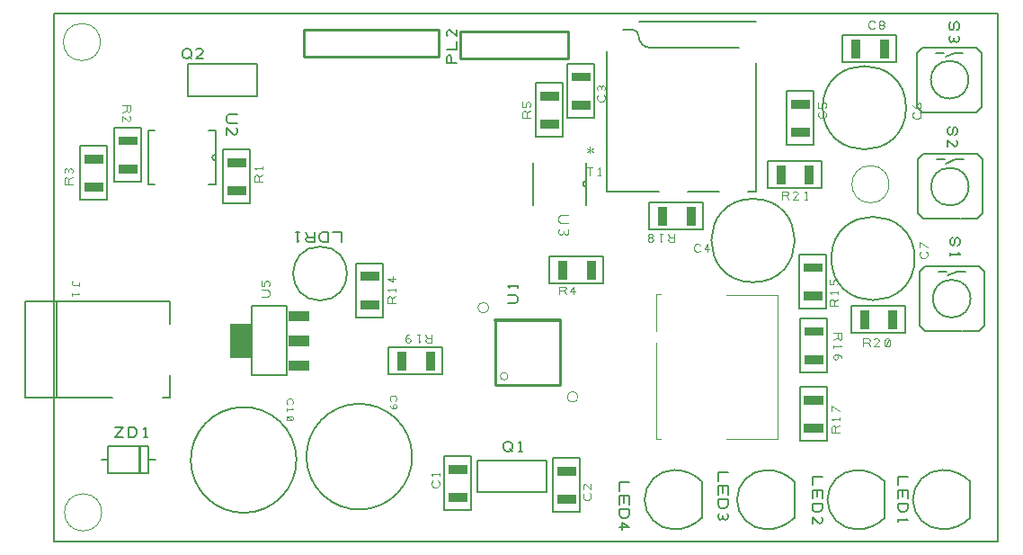
<source format=gbr>
%FSLAX35Y35*%
%MOIN*%
G04 EasyPC Gerber Version 18.0.8 Build 3632 *
%ADD11C,0.00100*%
%ADD12C,0.00197*%
%ADD17C,0.00300*%
%ADD13C,0.00394*%
%ADD18C,0.00480*%
%ADD10C,0.00500*%
%ADD16C,0.00600*%
%ADD19C,0.00800*%
%ADD14C,0.01000*%
%ADD15C,0.01180*%
X0Y0D02*
D02*
D10*
X11020Y250D02*
X361020D01*
Y195801*
X11020*
Y250*
X28628Y30348D02*
X31128D01*
X30548Y126687D02*
Y146687D01*
X20548*
Y126687*
X30548*
X31128Y25348D02*
Y35348D01*
X46128*
Y25348*
X31128*
X33205Y153557D02*
Y133557D01*
X43205*
Y153557*
X33205*
X33628Y42536D02*
X36754D01*
X33628Y38786*
X36754*
X38628D02*
Y42536D01*
X40504*
X41128Y42224*
X41441Y41911*
X41754Y41286*
Y40036*
X41441Y39411*
X41128Y39098*
X40504Y38786*
X38628*
X44254D02*
X45504D01*
X44878D02*
Y42536D01*
X44254Y41911*
X46128Y30348D02*
X48628D01*
X58796Y180213D02*
Y181463D01*
X59108Y182088*
X59421Y182401*
X60046Y182713*
X60671*
X61296Y182401*
X61608Y182088*
X61921Y181463*
Y180213*
X61608Y179588*
X61296Y179276*
X60671Y178963*
X60046*
X59421Y179276*
X59108Y179588*
X58796Y180213*
X60983Y179901D02*
X61921Y178963D01*
X66296D02*
X63796D01*
X65983Y181151*
X66296Y181776*
X65983Y182401*
X65358Y182713*
X64421*
X63796Y182401*
X60469Y176943D02*
X86158D01*
Y165230*
X60469*
Y176943*
X78808Y158291D02*
X75996D01*
X75370Y157979*
X75058Y157354*
Y156104*
X75370Y155479*
X75996Y155166*
X78808*
X75058Y150791D02*
Y153291D01*
X77246Y151104*
X77870Y150791*
X78496Y151104*
X78808Y151729*
Y152666*
X78496Y153291*
X80754Y49915D02*
G75*
G03X81837Y10742I541J-19587D01*
G01*
G75*
G03X80754Y49915I-541J19587*
G01*
X83638Y125368D02*
Y145368D01*
X73638*
Y125368*
X83638*
X109654Y89422D02*
G75*
G03Y109422J10000D01*
G01*
G75*
G03Y89422J-10000*
G01*
X117526Y111045D02*
Y114795D01*
X114401*
X112526D02*
Y111045D01*
X110651*
X110026Y111357*
X109713Y111670*
X109401Y112295*
Y113545*
X109713Y114170*
X110026Y114482*
X110651Y114795*
X112526*
X107526D02*
Y111045D01*
X105339*
X104713Y111357*
X104401Y111982*
X104713Y112607*
X105339Y112920*
X107526*
X105339D02*
X104401Y114795D01*
X101901D02*
X100651D01*
X101276D02*
Y111045D01*
X101901Y111670*
X123648Y51126D02*
G75*
G03X124731Y11953I541J-19587D01*
G01*
G75*
G03X123648Y51126I-541J19587*
G01*
X133107Y83252D02*
Y103252D01*
X123107*
Y83252*
X133107*
X155115Y72022D02*
X135115D01*
Y62022*
X155115*
Y72022*
X160289Y177297D02*
X156539D01*
Y179485*
X156852Y180110*
X157477Y180422*
X158102Y180110*
X158414Y179485*
Y177297*
X156539Y182297D02*
X160289D01*
Y185422*
Y189797D02*
Y187297D01*
X158102Y189485*
X157477Y189797*
X156852Y189485*
X156539Y188860*
Y187922*
X156852Y187297*
X165695Y11785D02*
Y31785D01*
X155695*
Y11785*
X165695*
X177683Y34741D02*
Y35991D01*
X177996Y36616*
X178309Y36928*
X178933Y37241*
X179559*
X180183Y36928*
X180496Y36616*
X180809Y35991*
Y34741*
X180496Y34116*
X180183Y33803*
X179559Y33491*
X178933*
X178309Y33803*
X177996Y34116*
X177683Y34741*
X179871Y34428D02*
X180809Y33491D01*
X183309D02*
X184559D01*
X183933D02*
Y37241D01*
X183309Y36616*
X179305Y88350D02*
X182117D01*
X182743Y88663*
X183055Y89288*
Y90538*
X182743Y91163*
X182117Y91476*
X179305*
X183055Y93976D02*
Y95226D01*
Y94600D02*
X179305D01*
X179930Y93976*
X193796Y18498D02*
X168107D01*
Y30211*
X193796*
Y18498*
X194790Y95870D02*
X214790D01*
Y105870*
X194790*
Y95870*
X199770Y150063D02*
Y170063D01*
X189770*
Y150063*
X199770*
X205823Y11077D02*
Y31077D01*
X195823*
Y11077*
X205823*
X211414Y157199D02*
Y177199D01*
X201414*
Y157199*
X211414*
X224280Y22041D02*
X220530D01*
Y18916*
Y17041D02*
X224280D01*
Y13916*
X222406Y14541D02*
Y17041D01*
X220530D02*
Y13916D01*
Y12041D02*
X224280D01*
Y10166*
X223968Y9541*
X223656Y9229*
X223030Y8916*
X221780*
X221156Y9229*
X220843Y9541*
X220530Y10166*
Y12041*
Y5479D02*
X224280D01*
X221780Y7041*
Y4541*
X240981Y26614D02*
G75*
G03X229981Y15614J-11000D01*
G01*
G75*
G03X240981Y4614I11000*
G01*
G75*
G03X251281Y8914I-41J14583*
G01*
Y22314*
G75*
G03X240981Y26614I-10341J-10283*
G01*
X251788Y125673D02*
X231788D01*
Y115673*
X251788*
Y125673*
X260924Y25663D02*
X257174D01*
Y22538*
Y20663D02*
X260924D01*
Y17538*
X259049Y18163D02*
Y20663D01*
X257174D02*
Y17538D01*
Y15663D02*
X260924D01*
Y13788*
X260612Y13163*
X260299Y12851*
X259674Y12538*
X258424*
X257799Y12851*
X257487Y13163*
X257174Y13788*
Y15663*
X257487Y10351D02*
X257174Y9726D01*
Y9101*
X257487Y8476*
X258112Y8163*
X258737Y8476*
X259049Y9101*
Y9726*
Y9101D02*
X259362Y8476D01*
X259987Y8163*
X260612Y8476*
X260924Y9101*
Y9726*
X260612Y10351*
X270193Y127081D02*
G75*
G03Y96175J-15453D01*
G01*
G75*
G03Y127081J15453*
G01*
X275223Y26614D02*
G75*
G03X264223Y15614J-11000D01*
G01*
G75*
G03X275223Y4614I11000*
G01*
G75*
G03X285523Y8914I-41J14583*
G01*
Y22314*
G75*
G03X275223Y26614I-10341J-10283*
G01*
X275636Y131234D02*
X295636D01*
Y141234*
X275636*
Y131234*
X287595Y82888D02*
Y62888D01*
X297595*
Y82888*
X287595*
X295894Y24197D02*
X292144D01*
Y21072*
Y19197D02*
X295894D01*
Y16072*
X294020Y16697D02*
Y19197D01*
X292144D02*
Y16072D01*
Y14197D02*
X295894D01*
Y12322*
X295582Y11697*
X295270Y11384*
X294644Y11072*
X293394*
X292770Y11384*
X292457Y11697*
X292144Y12322*
Y14197*
Y6697D02*
Y9197D01*
X294332Y7009*
X294957Y6697*
X295582Y7009*
X295894Y7634*
Y8572*
X295582Y9197*
X292693Y147091D02*
Y167091D01*
X282693*
Y147091*
X292693*
X296030Y160850D02*
G75*
G03X326935I15453D01*
G01*
G75*
G03X296030I-15453*
G01*
X297250Y86559D02*
Y106559D01*
X287250*
Y86559*
X297250*
X297467Y37376D02*
Y57376D01*
X287467*
Y37376*
X297467*
X299229Y104994D02*
G75*
G03X330134I15453D01*
G01*
G75*
G03X299229I-15453*
G01*
X303461Y177868D02*
X323461D01*
Y187868*
X303461*
Y177868*
X306620Y77425D02*
X326620D01*
Y87425*
X306620*
Y77425*
X308756Y26594D02*
G75*
G03X297756Y15594J-11000D01*
G01*
G75*
G03X308756Y4594I11000*
G01*
G75*
G03X319056Y8894I-41J14583*
G01*
Y22294*
G75*
G03X308756Y26594I-10341J-10283*
G01*
X327597Y24217D02*
X323847D01*
Y21091*
Y19217D02*
X327597D01*
Y16091*
X325722Y16717D02*
Y19217D01*
X323847D02*
Y16091D01*
Y14217D02*
X327597D01*
Y12341*
X327285Y11717*
X326972Y11404*
X326347Y11091*
X325097*
X324472Y11404*
X324160Y11717*
X323847Y12341*
Y14217*
Y8591D02*
Y7341D01*
Y7967D02*
X327597D01*
X326972Y8591*
X340459Y26614D02*
G75*
G03X329459Y15614J-11000D01*
G01*
G75*
G03X340459Y4614I11000*
G01*
G75*
G03X350759Y8914I-41J14583*
G01*
Y22314*
G75*
G03X340459Y26614I-10341J-10283*
G01*
X343240Y153852D02*
X342615Y153540D01*
X342302Y152915*
Y151665*
X342615Y151040*
X343240Y150727*
X343865Y151040*
X344177Y151665*
Y152915*
X344490Y153540*
X345115Y153852*
X345740Y153540*
X346052Y152915*
Y151665*
X345740Y151040*
X345115Y150727*
X342302Y146352D02*
Y148852D01*
X344490Y146665*
X345115Y146352*
X345740Y146665*
X346052Y147290*
Y148227*
X345740Y148852*
X343771Y192740D02*
X343146Y192428D01*
X342833Y191803*
Y190553*
X343146Y189928*
X343771Y189615*
X344396Y189928*
X344709Y190553*
Y191803*
X345021Y192428*
X345646Y192740*
X346271Y192428*
X346583Y191803*
Y190553*
X346271Y189928*
X345646Y189615*
X343146Y187428D02*
X342833Y186803D01*
Y186178*
X343146Y185553*
X343771Y185240*
X344396Y185553*
X344709Y186178*
Y186803*
Y186178D02*
X345021Y185553D01*
X345646Y185240*
X346271Y185553*
X346583Y186178*
Y186803*
X346271Y187428*
X344135Y112839D02*
X343510Y112526D01*
X343198Y111901*
Y110651*
X343510Y110026*
X344135Y109713*
X344760Y110026*
X345073Y110651*
Y111901*
X345385Y112526*
X346010Y112839*
X346635Y112526*
X346948Y111901*
Y110651*
X346635Y110026*
X346010Y109713*
X343198Y107213D02*
Y105963D01*
Y106589D02*
X346948D01*
X346323Y107213*
D02*
D11*
X21325Y192061D02*
G75*
G03Y178281J-6890D01*
G01*
G75*
G03Y192061J6890*
G01*
X21788Y17780D02*
G75*
G03Y4000J-6890D01*
G01*
G75*
G03Y17780J6890*
G01*
X28891Y140434D02*
Y143387D01*
X22198*
Y140434*
X28891*
G36*
Y143387*
X22198*
Y140434*
X28891*
G37*
X28898Y129987D02*
Y132940D01*
X22205*
Y129987*
X28898*
G36*
Y132940*
X22205*
Y129987*
X28898*
G37*
X34855Y150257D02*
Y147304D01*
X41548*
Y150257*
X34855*
G36*
Y147304*
X41548*
Y150257*
X34855*
G37*
X34862Y139810D02*
Y136857D01*
X41555*
Y139810*
X34862*
G36*
Y136857*
X41555*
Y139810*
X34862*
G37*
X81981Y139115D02*
Y142068D01*
X75288*
Y139115*
X81981*
G36*
Y142068*
X75288*
Y139115*
X81981*
G37*
X81988Y128668D02*
Y131621D01*
X75295*
Y128668*
X81988*
G36*
Y131621*
X75295*
Y128668*
X81988*
G37*
X83733Y68320D02*
Y80920D01*
X76433*
Y68320*
X83733*
G36*
Y80920*
X76433*
Y68320*
X83733*
G37*
Y80920*
X76433*
Y68320*
X83733*
G36*
Y80920*
X76433*
Y68320*
X83733*
G37*
X105233Y63820D02*
Y67220D01*
X97933*
Y63820*
X105233*
G36*
Y67220*
X97933*
Y63820*
X105233*
G37*
Y67220*
X97933*
Y63820*
X105233*
G36*
Y67220*
X97933*
Y63820*
X105233*
G37*
Y72920D02*
Y76320D01*
X97933*
Y72920*
X105233*
G36*
Y76320*
X97933*
Y72920*
X105233*
G37*
Y76320*
X97933*
Y72920*
X105233*
G36*
Y76320*
X97933*
Y72920*
X105233*
G37*
Y82020D02*
Y85420D01*
X97933*
Y82020*
X105233*
G36*
Y85420*
X97933*
Y82020*
X105233*
G37*
Y85420*
X97933*
Y82020*
X105233*
G36*
Y85420*
X97933*
Y82020*
X105233*
G37*
X131450Y96999D02*
Y99952D01*
X124757*
Y96999*
X131450*
G36*
Y99952*
X124757*
Y96999*
X131450*
G37*
X131457Y86552D02*
Y89505D01*
X124764*
Y86552*
X131457*
G36*
Y89505*
X124764*
Y86552*
X131457*
G37*
X141368Y70365D02*
X138415D01*
Y63672*
X141368*
Y70365*
G36*
X138415*
Y63672*
X141368*
Y70365*
G37*
X151815Y70372D02*
X148861D01*
Y63679*
X151815*
Y70372*
G36*
X148861*
Y63679*
X151815*
Y70372*
G37*
X164038Y25532D02*
Y28485D01*
X157345*
Y25532*
X164038*
G36*
Y28485*
X157345*
Y25532*
X164038*
G37*
X164045Y15085D02*
Y18039D01*
X157352*
Y15085*
X164045*
G36*
Y18039*
X157352*
Y15085*
X164045*
G37*
X170199Y88720D02*
G75*
G03Y84790J-1965D01*
G01*
G75*
G03Y88720J1965*
G01*
G75*
G03Y84790J-1965*
G01*
G75*
G03Y88720J1965*
G01*
X177879Y62761D02*
G75*
G03Y59970J-1395D01*
G01*
G75*
G03Y62761J1395*
G01*
X198090Y97520D02*
X201043D01*
Y104213*
X198090*
Y97520*
G36*
X201043*
Y104213*
X198090*
Y97520*
G37*
X198113Y163810D02*
Y166763D01*
X191420*
Y163810*
X198113*
G36*
Y166763*
X191420*
Y163810*
X198113*
G37*
X198120Y153363D02*
Y156316D01*
X191427*
Y153363*
X198120*
G36*
Y156316*
X191427*
Y153363*
X198120*
G37*
X203278Y55651D02*
G75*
G03Y51720J-1965D01*
G01*
G75*
G03Y55651J1965*
G01*
G75*
G03Y51720J-1965*
G01*
G75*
G03Y55651J1965*
G01*
X204166Y24824D02*
Y27777D01*
X197473*
Y24824*
X204166*
G36*
Y27777*
X197473*
Y24824*
X204166*
G37*
X204173Y14377D02*
Y17330D01*
X197480*
Y14377*
X204173*
G36*
Y17330*
X197480*
Y14377*
X204173*
G37*
X208537Y97527D02*
X211490D01*
Y104220*
X208537*
Y97527*
G36*
X211490*
Y104220*
X208537*
Y97527*
G37*
X209757Y170946D02*
Y173899D01*
X203064*
Y170946*
X209757*
G36*
Y173899*
X203064*
Y170946*
X209757*
G37*
X209764Y160499D02*
Y163452D01*
X203071*
Y160499*
X209764*
G36*
Y163452*
X203071*
Y160499*
X209764*
G37*
X238041Y124016D02*
X235088D01*
Y117323*
X238041*
Y124016*
G36*
X235088*
Y117323*
X238041*
Y124016*
G37*
X248488Y124023D02*
X245535D01*
Y117330*
X248488*
Y124023*
G36*
X245535*
Y117330*
X248488*
Y124023*
G37*
X278936Y132884D02*
X281889D01*
Y139577*
X278936*
Y132884*
G36*
X281889*
Y139577*
X278936*
Y132884*
G37*
X289245Y79588D02*
Y76635D01*
X295938*
Y79588*
X289245*
G36*
Y76635*
X295938*
Y79588*
X289245*
G37*
X289252Y69141D02*
Y66188D01*
X295945*
Y69141*
X289252*
G36*
Y66188*
X295945*
Y69141*
X289252*
G37*
X289383Y132891D02*
X292336D01*
Y139584*
X289383*
Y132891*
G36*
X292336*
Y139584*
X289383*
Y132891*
G37*
X291036Y160837D02*
Y163791D01*
X284343*
Y160837*
X291036*
G36*
Y163791*
X284343*
Y160837*
X291036*
G37*
X291043Y150391D02*
Y153344D01*
X284350*
Y150391*
X291043*
G36*
Y153344*
X284350*
Y150391*
X291043*
G37*
X295593Y100306D02*
Y103259D01*
X288900*
Y100306*
X295593*
G36*
Y103259*
X288900*
Y100306*
X295593*
G37*
X295600Y89859D02*
Y92812D01*
X288907*
Y89859*
X295600*
G36*
Y92812*
X288907*
Y89859*
X295600*
G37*
X295810Y51123D02*
Y54076D01*
X289117*
Y51123*
X295810*
G36*
Y54076*
X289117*
Y51123*
X295810*
G37*
X295817Y40676D02*
Y43629D01*
X289124*
Y40676*
X295817*
G36*
Y43629*
X289124*
Y40676*
X295817*
G37*
X306761Y179518D02*
X309714D01*
Y186211*
X306761*
Y179518*
G36*
X309714*
Y186211*
X306761*
Y179518*
G37*
X309920Y79075D02*
X312874D01*
Y85768*
X309920*
Y79075*
G36*
X312874*
Y85768*
X309920*
Y79075*
G37*
X313746Y139374D02*
G75*
G03Y125594J-6890D01*
G01*
G75*
G03Y139374J6890*
G01*
X317208Y179525D02*
X320161D01*
Y186218*
X317208*
Y179525*
G36*
X320161*
Y186218*
X317208*
Y179525*
G37*
X320367Y79082D02*
X323320D01*
Y85775*
X320367*
Y79082*
G36*
X323320*
Y85775*
X320367*
Y79082*
G37*
D02*
D12*
X153372Y22612D02*
X153619Y22366D01*
X153865Y21874*
Y21136*
X153619Y20644*
X153372Y20398*
X152880Y20152*
X151896*
X151404Y20398*
X151158Y20644*
X150912Y21136*
Y21874*
X151158Y22366*
X151404Y22612*
X153865Y24581D02*
Y25565D01*
Y25073D02*
X150912D01*
X151404Y24581*
X234170Y73734D02*
Y38203D01*
X235941*
X236089Y91598D02*
X234219D01*
Y78065*
X260252Y38203D02*
X279445D01*
Y91500*
X260400*
D02*
D13*
X17979Y96579D02*
X17733Y96333D01*
X17487Y95841*
X17733Y95348*
X17979Y95102*
X20439*
Y94610*
Y95102D02*
Y96087D01*
X17487Y92150D02*
Y91165D01*
Y91657D02*
X20439D01*
X19947Y92150*
X17831Y132563D02*
X14878D01*
Y134285*
X15124Y134778*
X15617Y135024*
X16109Y134778*
X16355Y134285*
Y132563*
Y134285D02*
X17831Y135024D01*
X17585Y136746D02*
X17831Y137238D01*
Y137730*
X17585Y138222*
X17093Y138469*
X16601Y138222*
X16355Y137730*
Y137238*
Y137730D02*
X16109Y138222D01*
X15617Y138469*
X15124Y138222*
X14878Y137730*
Y137238*
X15124Y136746*
X36424Y161638D02*
X39376D01*
Y159915*
X39130Y159423*
X38638Y159177*
X38146Y159423*
X37900Y159915*
Y161638*
Y159915D02*
X36424Y159177D01*
Y155732D02*
Y157701D01*
X38146Y155978*
X38638Y155732*
X39130Y155978*
X39376Y156470*
Y157209*
X39130Y157701*
X88294Y133528D02*
X85341D01*
Y135250*
X85587Y135742*
X86079Y135988*
X86571Y135742*
X86817Y135250*
Y133528*
Y135250D02*
X88294Y135988D01*
Y137957D02*
Y138941D01*
Y138449D02*
X85341D01*
X85833Y137957*
X87892Y90850D02*
X90107D01*
X90599Y91096*
X90845Y91589*
Y92573*
X90599Y93065*
X90107Y93311*
X87892*
X90599Y94787D02*
X90845Y95280D01*
Y96018*
X90599Y96510*
X90107Y96756*
X89861*
X89369Y96510*
X89122Y96018*
Y94787*
X87892*
Y96756*
X137703Y88478D02*
X134750D01*
Y90201*
X134996Y90693*
X135489Y90939*
X135981Y90693*
X136227Y90201*
Y88478*
Y90201D02*
X137703Y90939D01*
Y92907D02*
Y93892D01*
Y93400D02*
X134750D01*
X135243Y92907*
X137703Y97583D02*
X134750D01*
X136719Y96352*
Y98321*
X151099Y76844D02*
Y73892D01*
X149376*
X148884Y74138*
X148638Y74630*
X148884Y75122*
X149376Y75368*
X151099*
X149376D02*
X148638Y76844D01*
X146670D02*
X145685D01*
X146178D02*
Y73892D01*
X146670Y74384*
X142487Y76844D02*
X141994Y76598D01*
X141502Y76106*
X141256Y75368*
Y74630*
X141502Y74138*
X141994Y73892*
X142487*
X142979Y74138*
X143225Y74630*
X142979Y75122*
X142487Y75368*
X141994*
X141502Y75122*
X141256Y74630*
X187664Y157209D02*
X184711D01*
Y158931*
X184957Y159423*
X185449Y159669*
X185941Y159423*
X186187Y158931*
Y157209*
Y158931D02*
X187664Y159669D01*
X187418Y161146D02*
X187664Y161638D01*
Y162376*
X187418Y162868*
X186926Y163114*
X186680*
X186187Y162868*
X185941Y162376*
Y161146*
X184711*
Y163114*
X198363Y91638D02*
Y94591D01*
X200085*
X200577Y94344*
X200823Y93852*
X200577Y93360*
X200085Y93114*
X198363*
X200085D02*
X200823Y91638D01*
X203530D02*
Y94591D01*
X202300Y92622*
X204268*
X209514Y135722D02*
Y138675D01*
X208284D02*
X210744D01*
X212713Y135722D02*
X213697D01*
X213205D02*
Y138675D01*
X212713Y138183*
X209622Y18037D02*
X209869Y17791D01*
X210115Y17299*
Y16561*
X209869Y16069*
X209622Y15823*
X209130Y15577*
X208146*
X207654Y15823*
X207408Y16069*
X207162Y16561*
Y17299*
X207408Y17791*
X207654Y18037*
X210115Y21482D02*
Y19514D01*
X208392Y21236*
X207900Y21482*
X207408Y21236*
X207162Y20744*
Y20006*
X207408Y19514*
X214849Y165604D02*
X215095Y165358D01*
X215341Y164866*
Y164128*
X215095Y163636*
X214849Y163390*
X214357Y163144*
X213372*
X212880Y163390*
X212634Y163636*
X212388Y164128*
Y164866*
X212634Y165358*
X212880Y165604*
X215095Y167327D02*
X215341Y167819D01*
Y168311*
X215095Y168803*
X214603Y169049*
X214111Y168803*
X213865Y168311*
Y167819*
Y168311D02*
X213619Y168803D01*
X213126Y169049*
X212634Y168803*
X212388Y168311*
Y167819*
X212634Y167327*
X241040Y114167D02*
Y111215D01*
X239317*
X238825Y111461*
X238579Y111953*
X238825Y112445*
X239317Y112691*
X241040*
X239317D02*
X238579Y114167D01*
X236611D02*
X235626D01*
X236119D02*
Y111215D01*
X236611Y111707*
X232428Y112691D02*
X231935D01*
X231443Y112445*
X231197Y111953*
X231443Y111461*
X231935Y111215*
X232428*
X232920Y111461*
X233166Y111953*
X232920Y112445*
X232428Y112691*
X232920Y112937*
X233166Y113429*
X232920Y113921*
X232428Y114167*
X231935*
X231443Y113921*
X231197Y113429*
X231443Y112937*
X231935Y112691*
X280971Y126884D02*
Y129837D01*
X282693*
X283185Y129591*
X283431Y129098*
X283185Y128606*
X282693Y128360*
X280971*
X282693D02*
X283431Y126884D01*
X286876D02*
X284908D01*
X286630Y128606*
X286876Y129098*
X286630Y129591*
X286138Y129837*
X285400*
X284908Y129591*
X289337Y126884D02*
X290321D01*
X289829D02*
Y129837D01*
X289337Y129344*
X296788Y159453D02*
X297034Y159207D01*
X297280Y158715*
Y157976*
X297034Y157484*
X296788Y157238*
X296296Y156992*
X295311*
X294819Y157238*
X294573Y157484*
X294327Y157976*
Y158715*
X294573Y159207*
X294819Y159453*
X297034Y160929D02*
X297280Y161421D01*
Y162159*
X297034Y162652*
X296542Y162898*
X296296*
X295804Y162652*
X295557Y162159*
Y160929*
X294327*
Y162898*
X300124Y77337D02*
X303077D01*
Y75614*
X302831Y75122*
X302339Y74876*
X301847Y75122*
X301601Y75614*
Y77337*
Y75614D02*
X300124Y74876D01*
Y72907D02*
Y71923D01*
Y72415D02*
X303077D01*
X302585Y72907*
X300863Y69463D02*
X301355Y69217D01*
X301601Y68724*
Y68232*
X301355Y67740*
X300863Y67494*
X300370Y67740*
X300124Y68232*
Y68724*
X300370Y69217*
X300863Y69463*
X301601*
X302339Y69217*
X302831Y68724*
X303077Y68232*
X301660Y87396D02*
X298707D01*
Y89118*
X298953Y89610*
X299445Y89856*
X299937Y89610*
X300183Y89118*
Y87396*
Y89118D02*
X301660Y89856D01*
Y91825D02*
Y92809D01*
Y92317D02*
X298707D01*
X299199Y91825*
X301414Y95270D02*
X301660Y95762D01*
Y96500*
X301414Y96992*
X300922Y97238*
X300676*
X300183Y96992*
X299937Y96500*
Y95270*
X298707*
Y97238*
X302270Y40575D02*
X299317D01*
Y42297*
X299563Y42789*
X300056Y43035*
X300548Y42789*
X300794Y42297*
Y40575*
Y42297D02*
X302270Y43035D01*
Y45004D02*
Y45988D01*
Y45496D02*
X299317D01*
X299809Y45004*
X302270Y48449D02*
X299317Y50417D01*
Y48449*
X311120Y72346D02*
Y75299D01*
X312843*
X313335Y75053*
X313581Y74561*
X313335Y74069*
X312843Y73823*
X311120*
X312843D02*
X313581Y72346D01*
X317026D02*
X315057D01*
X316780Y74069*
X317026Y74561*
X316780Y75053*
X316288Y75299*
X315550*
X315057Y75053*
X319241Y72593D02*
X319733Y72346D01*
X320225*
X320717Y72593*
X320963Y73085*
Y74561*
X320717Y75053*
X320225Y75299*
X319733*
X319241Y75053*
X318994Y74561*
Y73085*
X319241Y72593*
X320717Y75053*
X315410Y190526D02*
X315164Y190280D01*
X314672Y190033*
X313933*
X313441Y190280*
X313195Y190526*
X312949Y191018*
Y192002*
X313195Y192494*
X313441Y192740*
X313933Y192986*
X314672*
X315164Y192740*
X315410Y192494*
X317624Y191510D02*
X318117D01*
X318609Y191756*
X318855Y192248*
X318609Y192740*
X318117Y192986*
X317624*
X317132Y192740*
X316886Y192248*
X317132Y191756*
X317624Y191510*
X317132Y191264*
X316886Y190772*
X317132Y190280*
X317624Y190033*
X318117*
X318609Y190280*
X318855Y190772*
X318609Y191264*
X318117Y191510*
X331906Y159187D02*
X332152Y158941D01*
X332398Y158449*
Y157711*
X332152Y157219*
X331906Y156972*
X331414Y156726*
X330430*
X329937Y156972*
X329691Y157219*
X329445Y157711*
Y158449*
X329691Y158941*
X329937Y159187*
X331660Y160663D02*
X331168Y160909D01*
X330922Y161402*
Y161894*
X331168Y162386*
X331660Y162632*
X332152Y162386*
X332398Y161894*
Y161402*
X332152Y160909*
X331660Y160663*
X330922*
X330183Y160909*
X329691Y161402*
X329445Y161894*
X334386Y107593D02*
X334632Y107346D01*
X334878Y106854*
Y106116*
X334632Y105624*
X334386Y105378*
X333894Y105132*
X332910*
X332418Y105378*
X332172Y105624*
X331926Y106116*
Y106854*
X332172Y107346*
X332418Y107593*
X334878Y109069D02*
X331926Y111037D01*
Y109069*
D02*
D14*
X42628Y35048D02*
Y25648D01*
X103727Y179797D02*
X153727D01*
Y189797*
X103727*
Y179797*
X174729Y58211D02*
X198748D01*
Y82230*
X174729D02*
Y58211D01*
X201561Y189246D02*
X161561D01*
Y179246*
X201561*
Y189246*
D02*
D15*
X198748Y82230D02*
X174729D01*
D02*
D16*
X48332Y132465D02*
X45892D01*
Y152465*
X48332*
X68452D02*
X70892D01*
Y132465*
X68452*
X70892Y143665D02*
G75*
G03Y141265J-1200D01*
G01*
X188690Y140502D02*
Y124702D01*
X208390D02*
Y140502D01*
Y133802D02*
G75*
G03Y131402J-1200D01*
G01*
D02*
D17*
X201780Y121136D02*
X198968D01*
X198343Y120823*
X198030Y120198*
Y118948*
X198343Y118323*
X198968Y118011*
X201780*
X198343Y115823D02*
X198030Y115198D01*
Y114573*
X198343Y113948*
X198968Y113636*
X199593Y113948*
X199906Y114573*
Y115198*
Y114573D02*
X200218Y113948D01*
X200843Y113636*
X201468Y113948*
X201780Y114573*
Y115198*
X201468Y115823*
X209727Y146452D02*
Y143952D01*
X208477Y145827D02*
X210977Y144577D01*
Y145827D02*
X208477Y144577D01*
D02*
D18*
X97640Y50967D02*
X97440Y51167D01*
X97240Y51567*
Y52167*
X97440Y52567*
X97640Y52767*
X98040Y52967*
X98840*
X99240Y52767*
X99440Y52567*
X99640Y52167*
Y51567*
X99440Y51167*
X99240Y50967*
X97240Y49367D02*
Y48567D01*
Y48967D02*
X99640D01*
X99240Y49367*
X97440Y46367D02*
X97240Y45967D01*
Y45567*
X97440Y45167*
X97840Y44967*
X99040*
X99440Y45167*
X99640Y45567*
Y45967*
X99440Y46367*
X99040Y46567*
X97840*
X97440Y46367*
X99440Y45167*
X135967Y52177D02*
X135767Y52377D01*
X135567Y52777*
Y53377*
X135767Y53777*
X135967Y53977*
X136367Y54177*
X137167*
X137567Y53977*
X137767Y53777*
X137967Y53377*
Y52777*
X137767Y52377*
X137567Y52177*
X135567Y50377D02*
X135767Y49977D01*
X136167Y49577*
X136767Y49377*
X137367*
X137767Y49577*
X137967Y49977*
Y50377*
X137767Y50777*
X137367Y50977*
X136967Y50777*
X136767Y50377*
Y49977*
X136967Y49577*
X137367Y49377*
X250685Y107907D02*
X250439Y107661D01*
X249947Y107415*
X249209*
X248717Y107661*
X248471Y107907*
X248225Y108400*
Y109384*
X248471Y109876*
X248717Y110122*
X249209Y110368*
X249947*
X250439Y110122*
X250685Y109876*
X253392Y107415D02*
Y110368D01*
X252162Y108400*
X254130*
D02*
D19*
X11817Y88970D02*
X400D01*
Y53537*
X11817*
X32683D02*
X11817D01*
Y88970*
X53943*
Y80703*
Y61805D02*
Y53537D01*
X51187*
X84333Y61720D02*
Y87520D01*
X97333*
Y61720*
X84333*
X216040Y181608D02*
Y129640D01*
X235331*
X221945Y189876D02*
X225095D01*
G75*
G02X227851Y187120I197J-2559*
G01*
G75*
G03X231788Y183183I4035J98*
G01*
X264859*
X227851Y192632D02*
X271158D01*
X257772Y129640D02*
X245961D01*
X271158Y177278D02*
Y129640D01*
X268402*
X331117Y179705D02*
Y162705D01*
X331185Y140098D02*
Y123098D01*
X331845Y98602D02*
Y81602D01*
X339117Y159205D02*
X333117D01*
X331117Y161205*
Y162705*
X339117Y183205D02*
X333117D01*
X331117Y181205*
Y179705*
X339185Y119598D02*
X333185D01*
X331185Y121598*
Y123098*
X339185Y143598D02*
X333185D01*
X331185Y141598*
Y140098*
X339845Y78102D02*
X333845D01*
X331845Y80102*
Y81602*
X339845Y102102D02*
X333845D01*
X331845Y100102*
Y98602*
X341117Y181205D02*
X338117D01*
X341185Y141598D02*
X338185D01*
X341845Y100102D02*
X338845D01*
X343117Y164205D02*
G75*
G03Y178205J7000D01*
G01*
G75*
G03Y164205J-7000*
G01*
X343185Y124598D02*
G75*
G03Y138598J7000D01*
G01*
G75*
G03Y124598J-7000*
G01*
X343845Y83102D02*
G75*
G03Y97102J7000D01*
G01*
G75*
G03Y83102J-7000*
G01*
X347046Y159205D02*
X339117D01*
X347115Y119598D02*
X339185D01*
X347117Y159205D02*
X353117D01*
X355117Y161205*
Y162705*
X347117Y183205D02*
X353117D01*
X355117Y181205*
Y179705*
X347164Y183205D02*
X339117D01*
X347185Y119598D02*
X353185D01*
X355185Y121598*
Y123098*
X347185Y143598D02*
X353185D01*
X355185Y141598*
Y140098*
X347233Y143598D02*
X339185D01*
X347774Y78102D02*
X339845D01*
X347845D02*
X353845D01*
X355845Y80102*
Y81602*
X347845Y102102D02*
X353845D01*
X355845Y100102*
Y98602*
X347892Y102102D02*
X339845D01*
X348117Y181205D02*
X345117D01*
X341617Y179705*
X348185Y141598D02*
X345185D01*
X341685Y140098*
X348845Y100102D02*
X345845D01*
X342345Y98602*
X355117Y162705D02*
Y179705D01*
X355185Y123098D02*
Y140098D01*
X355845Y81602D02*
Y98602D01*
X0Y0D02*
M02*

</source>
